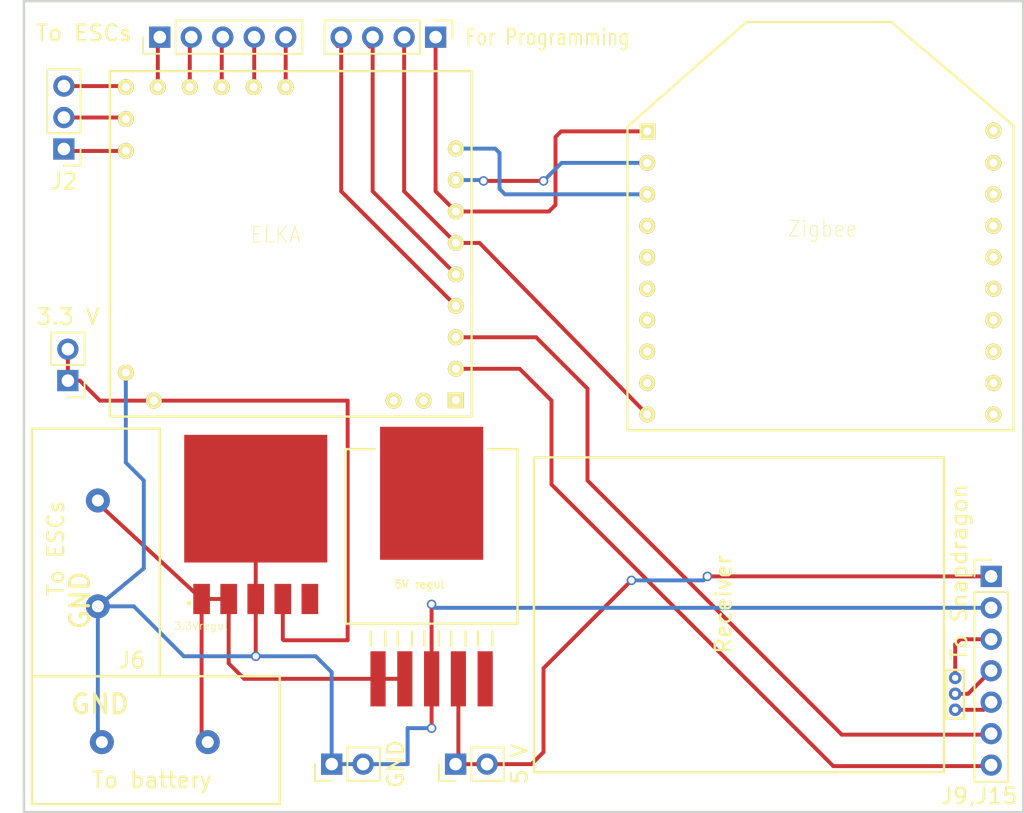
<source format=kicad_pcb>
(kicad_pcb (version 4) (host pcbnew 4.0.7-e2-6376~58~ubuntu16.04.1)

  (general
    (links 40)
    (no_connects 0)
    (area 100.388 70.282999 165.683001 121.995001)
    (thickness 1.6)
    (drawings 7)
    (tracks 123)
    (zones 0)
    (modules 14)
    (nets 46)
  )

  (page A4)
  (title_block
    (title Phoenix)
  )

  (layers
    (0 F.Cu signal)
    (31 B.Cu signal)
    (32 B.Adhes user)
    (33 F.Adhes user)
    (34 B.Paste user)
    (35 F.Paste user)
    (36 B.SilkS user)
    (37 F.SilkS user)
    (38 B.Mask user)
    (39 F.Mask user)
    (40 Dwgs.User user)
    (41 Cmts.User user)
    (42 Eco1.User user)
    (43 Eco2.User user)
    (44 Edge.Cuts user)
    (45 Margin user)
    (46 B.CrtYd user)
    (47 F.CrtYd user)
    (48 B.Fab user)
    (49 F.Fab user)
  )

  (setup
    (last_trace_width 0.25)
    (trace_clearance 0.2)
    (zone_clearance 0.508)
    (zone_45_only no)
    (trace_min 0.2)
    (segment_width 0.2)
    (edge_width 0.15)
    (via_size 0.6)
    (via_drill 0.4)
    (via_min_size 0.4)
    (via_min_drill 0.3)
    (uvia_size 0.3)
    (uvia_drill 0.1)
    (uvias_allowed no)
    (uvia_min_size 0.2)
    (uvia_min_drill 0.1)
    (pcb_text_width 0.3)
    (pcb_text_size 1.5 1.5)
    (mod_edge_width 0.15)
    (mod_text_size 1 1)
    (mod_text_width 0.15)
    (pad_size 1.524 1.524)
    (pad_drill 0.762)
    (pad_to_mask_clearance 0.2)
    (aux_axis_origin 0 0)
    (visible_elements FFFFFF7F)
    (pcbplotparams
      (layerselection 0x00030_80000001)
      (usegerberextensions false)
      (excludeedgelayer true)
      (linewidth 0.100000)
      (plotframeref false)
      (viasonmask false)
      (mode 1)
      (useauxorigin false)
      (hpglpennumber 1)
      (hpglpenspeed 20)
      (hpglpendiameter 15)
      (hpglpenoverlay 2)
      (psnegative false)
      (psa4output false)
      (plotreference true)
      (plotvalue true)
      (plotinvisibletext false)
      (padsonsilk false)
      (subtractmaskfromsilk false)
      (outputformat 1)
      (mirror false)
      (drillshape 1)
      (scaleselection 1)
      (outputdirectory ""))
  )

  (net 0 "")
  (net 1 "Net-(E1-PadI)")
  (net 2 "Net-(E1-PadH)")
  (net 3 "Net-(E1-PadG)")
  (net 4 "Net-(E1-PadF)")
  (net 5 "Net-(E1-PadE)")
  (net 6 "Net-(E1-PadD)")
  (net 7 "Net-(E1-PadC)")
  (net 8 "Net-(E1-PadB)")
  (net 9 "Net-(E1-PadA)")
  (net 10 "Net-(E1-Pad9)")
  (net 11 "Net-(E1-Pad10)")
  (net 12 "Net-(E1-Pad3)")
  (net 13 "Net-(E1-Pad2)")
  (net 14 "Net-(E1-Pad1)")
  (net 15 "Net-(E1-Pad4)")
  (net 16 "Net-(E1-Pad5)")
  (net 17 "Net-(E1-Pad6)")
  (net 18 "Net-(E1-Pad7)")
  (net 19 "Net-(E1-Pad8)")
  (net 20 "Net-(E1-Pad12)")
  (net 21 "Net-(E1-Pad11)")
  (net 22 "Net-(J1-Pad2)")
  (net 23 "Net-(J9,J15-Pad3)")
  (net 24 "Net-(U1-Pad4)")
  (net 25 "Net-(U1-Pad5)")
  (net 26 "Net-(U1-Pad6)")
  (net 27 "Net-(U1-Pad7)")
  (net 28 "Net-(U1-Pad8)")
  (net 29 "Net-(U1-Pad9)")
  (net 30 "Net-(U1-Pad20)")
  (net 31 "Net-(U1-Pad19)")
  (net 32 "Net-(U1-Pad18)")
  (net 33 "Net-(U1-Pad17)")
  (net 34 "Net-(U1-Pad16)")
  (net 35 "Net-(U1-Pad15)")
  (net 36 "Net-(U1-Pad14)")
  (net 37 "Net-(U1-Pad13)")
  (net 38 "Net-(U1-Pad12)")
  (net 39 "Net-(U1-Pad11)")
  (net 40 "Net-(J5-Pad1)")
  (net 41 "Net-(J9,J15-Pad4)")
  (net 42 "Net-(J9,J15-Pad5)")
  (net 43 "Net-(U2-Pad5)")
  (net 44 "Net-(U2-Pad6)")
  (net 45 "Net-(U3-Pad5)")

  (net_class Default "This is the default net class."
    (clearance 0.2)
    (trace_width 0.25)
    (via_dia 0.6)
    (via_drill 0.4)
    (uvia_dia 0.3)
    (uvia_drill 0.1)
    (add_net "Net-(E1-Pad1)")
    (add_net "Net-(E1-Pad10)")
    (add_net "Net-(E1-Pad11)")
    (add_net "Net-(E1-Pad12)")
    (add_net "Net-(E1-Pad2)")
    (add_net "Net-(E1-Pad3)")
    (add_net "Net-(E1-Pad4)")
    (add_net "Net-(E1-Pad5)")
    (add_net "Net-(E1-Pad6)")
    (add_net "Net-(E1-Pad7)")
    (add_net "Net-(E1-Pad8)")
    (add_net "Net-(E1-Pad9)")
    (add_net "Net-(E1-PadA)")
    (add_net "Net-(E1-PadB)")
    (add_net "Net-(E1-PadC)")
    (add_net "Net-(E1-PadD)")
    (add_net "Net-(E1-PadE)")
    (add_net "Net-(E1-PadF)")
    (add_net "Net-(E1-PadG)")
    (add_net "Net-(E1-PadH)")
    (add_net "Net-(E1-PadI)")
    (add_net "Net-(J1-Pad2)")
    (add_net "Net-(J5-Pad1)")
    (add_net "Net-(J9,J15-Pad3)")
    (add_net "Net-(J9,J15-Pad4)")
    (add_net "Net-(J9,J15-Pad5)")
    (add_net "Net-(U1-Pad11)")
    (add_net "Net-(U1-Pad12)")
    (add_net "Net-(U1-Pad13)")
    (add_net "Net-(U1-Pad14)")
    (add_net "Net-(U1-Pad15)")
    (add_net "Net-(U1-Pad16)")
    (add_net "Net-(U1-Pad17)")
    (add_net "Net-(U1-Pad18)")
    (add_net "Net-(U1-Pad19)")
    (add_net "Net-(U1-Pad20)")
    (add_net "Net-(U1-Pad4)")
    (add_net "Net-(U1-Pad5)")
    (add_net "Net-(U1-Pad6)")
    (add_net "Net-(U1-Pad7)")
    (add_net "Net-(U1-Pad8)")
    (add_net "Net-(U1-Pad9)")
    (add_net "Net-(U2-Pad5)")
    (add_net "Net-(U2-Pad6)")
    (add_net "Net-(U3-Pad5)")
  )

  (module ELKA:ELKA (layer F.Cu) (tedit 5B2AA864) (tstamp 5B2A9957)
    (at 118.11 72.39 180)
    (descr "Xbee Zb (Zigbee Pro Feature Set), 1mw, Wire Antenna, 250000")
    (path /5B22681E)
    (fp_text reference ELKA (at 0 -12.827 180) (layer F.SilkS)
      (effects (font (size 1 0.9) (thickness 0.05)))
    )
    (fp_text value ELKA (at -0.889 -14.732 180) (layer F.SilkS) hide
      (effects (font (size 1 0.9) (thickness 0.05)))
    )
    (fp_line (start 10.541 -24.384) (end -12.446 -24.384) (layer F.SilkS) (width 0.15))
    (fp_line (start -12.446 -24.384) (end -12.446 -2.413) (layer F.SilkS) (width 0.15))
    (fp_line (start -12.446 -2.413) (end 10.541 -2.413) (layer F.SilkS) (width 0.15))
    (fp_line (start 10.541 -2.413) (end 10.541 -24.384) (layer F.SilkS) (width 0.15))
    (pad I thru_hole rect (at -11.446 -23.342 180) (size 1.008 1.008) (drill 0.5) (layers *.Cu *.Mask F.SilkS)
      (net 1 "Net-(E1-PadI)"))
    (pad H thru_hole circle (at -11.446 -21.342 180) (size 1.008 1.008) (drill 0.5) (layers *.Cu *.Mask F.SilkS)
      (net 2 "Net-(E1-PadH)"))
    (pad G thru_hole circle (at -11.446 -19.342 180) (size 1.008 1.008) (drill 0.5) (layers *.Cu *.Mask F.SilkS)
      (net 3 "Net-(E1-PadG)"))
    (pad F thru_hole circle (at -11.446 -17.342 180) (size 1.008 1.008) (drill 0.5) (layers *.Cu *.Mask F.SilkS)
      (net 4 "Net-(E1-PadF)"))
    (pad E thru_hole circle (at -11.446 -15.342 180) (size 1.008 1.008) (drill 0.5) (layers *.Cu *.Mask F.SilkS)
      (net 5 "Net-(E1-PadE)"))
    (pad D thru_hole circle (at -11.446 -13.342 180) (size 1.008 1.008) (drill 0.5) (layers *.Cu *.Mask F.SilkS)
      (net 6 "Net-(E1-PadD)"))
    (pad C thru_hole circle (at -11.446 -11.342 180) (size 1.008 1.008) (drill 0.5) (layers *.Cu *.Mask F.SilkS)
      (net 7 "Net-(E1-PadC)"))
    (pad B thru_hole circle (at -11.446 -9.342 180) (size 1.008 1.008) (drill 0.5) (layers *.Cu *.Mask F.SilkS)
      (net 8 "Net-(E1-PadB)"))
    (pad A thru_hole circle (at -11.446 -7.342 180) (size 1.008 1.008) (drill 0.5) (layers *.Cu *.Mask F.SilkS)
      (net 9 "Net-(E1-PadA)"))
    (pad 9 thru_hole circle (at -9.398 -23.368 180) (size 1.008 1.008) (drill 0.5) (layers *.Cu *.Mask F.SilkS)
      (net 10 "Net-(E1-Pad9)"))
    (pad 10 thru_hole circle (at -7.493 -23.368 180) (size 1.008 1.008) (drill 0.5) (layers *.Cu *.Mask F.SilkS)
      (net 11 "Net-(E1-Pad10)"))
    (pad 3 thru_hole circle (at 9.525 -3.429 180) (size 1.008 1.008) (drill 0.5) (layers *.Cu *.Mask F.SilkS)
      (net 12 "Net-(E1-Pad3)"))
    (pad 2 thru_hole circle (at 9.525 -5.461 180) (size 1.008 1.008) (drill 0.5) (layers *.Cu *.Mask F.SilkS)
      (net 13 "Net-(E1-Pad2)"))
    (pad 1 thru_hole circle (at 9.525 -7.493 180) (size 1.008 1.008) (drill 0.5) (layers *.Cu *.Mask F.SilkS)
      (net 14 "Net-(E1-Pad1)"))
    (pad 4 thru_hole circle (at 7.493 -3.429 180) (size 1.008 1.008) (drill 0.5) (layers *.Cu *.Mask F.SilkS)
      (net 15 "Net-(E1-Pad4)"))
    (pad 5 thru_hole circle (at 5.461 -3.429 180) (size 1.008 1.008) (drill 0.5) (layers *.Cu *.Mask F.SilkS)
      (net 16 "Net-(E1-Pad5)"))
    (pad 6 thru_hole circle (at 3.429 -3.429 180) (size 1.008 1.008) (drill 0.5) (layers *.Cu *.Mask F.SilkS)
      (net 17 "Net-(E1-Pad6)"))
    (pad 7 thru_hole circle (at 1.397 -3.429 180) (size 1.008 1.008) (drill 0.5) (layers *.Cu *.Mask F.SilkS)
      (net 18 "Net-(E1-Pad7)"))
    (pad 8 thru_hole circle (at -0.635 -3.429 180) (size 1.008 1.008) (drill 0.5) (layers *.Cu *.Mask F.SilkS)
      (net 19 "Net-(E1-Pad8)"))
    (pad 12 thru_hole circle (at 7.747 -23.368 180) (size 1.008 1.008) (drill 0.5) (layers *.Cu *.Mask F.SilkS)
      (net 20 "Net-(E1-Pad12)"))
    (pad 11 thru_hole circle (at 9.525 -21.59 180) (size 1.008 1.008) (drill 0.5) (layers *.Cu *.Mask F.SilkS)
      (net 21 "Net-(E1-Pad11)"))
  )

  (module XT30:SPMAJST6 (layer F.Cu) (tedit 5B2AA873) (tstamp 5B2810D9)
    (at 164.084 115.316 270)
    (path /5B22674F)
    (fp_text reference R1 (at 0.635 0.889 270) (layer F.SilkS) hide
      (effects (font (size 1 1) (thickness 0.15)))
    )
    (fp_text value Receiver (at -6.604 17.526 270) (layer F.SilkS)
      (effects (font (size 1 1) (thickness 0.15)))
    )
    (fp_line (start -15.9512 29.5656) (end 4.064 29.5656) (layer F.SilkS) (width 0.15))
    (fp_line (start 4.064 29.5656) (end 4.064 3.5052) (layer F.SilkS) (width 0.15))
    (fp_line (start 4.064 3.5052) (end -15.9512 3.5052) (layer F.SilkS) (width 0.15))
    (fp_line (start -15.9512 3.5052) (end -15.9512 29.5656) (layer F.SilkS) (width 0.15))
    (fp_line (start -2.4384 2.3368) (end -2.4384 2.2352) (layer F.SilkS) (width 0.15))
    (fp_line (start -2.4384 2.2352) (end 0.508 2.2352) (layer F.SilkS) (width 0.15))
    (fp_line (start 0.508 2.2352) (end 0.5588 2.2352) (layer F.SilkS) (width 0.15))
    (fp_line (start 0.5588 2.2352) (end 0.6604 2.2352) (layer F.SilkS) (width 0.15))
    (fp_line (start 0.6604 2.2352) (end 0.6604 3.3528) (layer F.SilkS) (width 0.15))
    (fp_line (start 0.6604 3.3528) (end -2.4384 3.3528) (layer F.SilkS) (width 0.15))
    (fp_line (start -2.4384 3.3528) (end -2.4384 2.6924) (layer F.SilkS) (width 0.15))
    (fp_line (start -2.4384 2.794) (end -2.4384 2.3368) (layer F.SilkS) (width 0.15))
    (pad 1 thru_hole circle (at -1.9304 2.794 270) (size 0.8 0.8) (drill 0.4) (layers *.Cu *.Mask)
      (net 23 "Net-(J9,J15-Pad3)"))
    (pad 2 thru_hole circle (at -0.9144 2.794 270) (size 0.8 0.8) (drill 0.4) (layers *.Cu *.Mask)
      (net 41 "Net-(J9,J15-Pad4)"))
    (pad 3 thru_hole circle (at 0.1016 2.794 270) (size 0.8 0.8) (drill 0.4) (layers *.Cu *.Mask)
      (net 42 "Net-(J9,J15-Pad5)"))
  )

  (module XT30:XT30 (layer F.Cu) (tedit 5B2AA790) (tstamp 5B2810AD)
    (at 100.838 107.442 90)
    (path /5B24102D)
    (fp_text reference J1 (at 0.508 0.762 90) (layer F.SilkS) hide
      (effects (font (size 1 1) (thickness 0.15)))
    )
    (fp_text value "To battery" (at -12.446 9.398 180) (layer F.SilkS)
      (effects (font (size 1 1) (thickness 0.15)))
    )
    (fp_line (start -5.842 1.778) (end -5.842 9.906) (layer F.SilkS) (width 0.15))
    (fp_line (start -5.842 9.906) (end -5.715 9.906) (layer F.SilkS) (width 0.15))
    (fp_line (start -5.842 1.778) (end 9.906 1.778) (layer F.SilkS) (width 0.15))
    (fp_line (start 9.906 1.778) (end 9.906 9.906) (layer F.SilkS) (width 0.15))
    (fp_line (start 9.906 9.906) (end -5.715 9.906) (layer F.SilkS) (width 0.15))
    (pad 1 thru_hole circle (at -1.397 5.969 90) (size 1.524 1.524) (drill 0.762) (layers *.Cu *.Mask)
      (net 21 "Net-(E1-Pad11)"))
    (pad 2 thru_hole circle (at 5.334 5.969 90) (size 1.524 1.524) (drill 0.762) (layers *.Cu *.Mask)
      (net 22 "Net-(J1-Pad2)"))
  )

  (module Pin_Headers:Pin_Header_Straight_1x04_Pitch2.00mm (layer F.Cu) (tedit 5B2AB05C) (tstamp 5B2810CA)
    (at 128.27 72.644 270)
    (descr "Through hole straight pin header, 1x04, 2.00mm pitch, single row")
    (tags "Through hole pin header THT 1x04 2.00mm single row")
    (path /5B23F496)
    (fp_text reference J16 (at 0 -2.06 270) (layer F.SilkS) hide
      (effects (font (size 1 1) (thickness 0.15)))
    )
    (fp_text value "For Programming" (at 0 -7.112 360) (layer F.SilkS)
      (effects (font (size 1 0.8) (thickness 0.12)))
    )
    (fp_line (start -0.5 -1) (end 1 -1) (layer F.Fab) (width 0.1))
    (fp_line (start 1 -1) (end 1 7) (layer F.Fab) (width 0.1))
    (fp_line (start 1 7) (end -1 7) (layer F.Fab) (width 0.1))
    (fp_line (start -1 7) (end -1 -0.5) (layer F.Fab) (width 0.1))
    (fp_line (start -1 -0.5) (end -0.5 -1) (layer F.Fab) (width 0.1))
    (fp_line (start -1.06 7.06) (end 1.06 7.06) (layer F.SilkS) (width 0.12))
    (fp_line (start -1.06 1) (end -1.06 7.06) (layer F.SilkS) (width 0.12))
    (fp_line (start 1.06 1) (end 1.06 7.06) (layer F.SilkS) (width 0.12))
    (fp_line (start -1.06 1) (end 1.06 1) (layer F.SilkS) (width 0.12))
    (fp_line (start -1.06 0) (end -1.06 -1.06) (layer F.SilkS) (width 0.12))
    (fp_line (start -1.06 -1.06) (end 0 -1.06) (layer F.SilkS) (width 0.12))
    (fp_line (start -1.5 -1.5) (end -1.5 7.5) (layer F.CrtYd) (width 0.05))
    (fp_line (start -1.5 7.5) (end 1.5 7.5) (layer F.CrtYd) (width 0.05))
    (fp_line (start 1.5 7.5) (end 1.5 -1.5) (layer F.CrtYd) (width 0.05))
    (fp_line (start 1.5 -1.5) (end -1.5 -1.5) (layer F.CrtYd) (width 0.05))
    (fp_text user %R (at 0 3 360) (layer F.Fab) hide
      (effects (font (size 1 1) (thickness 0.15)))
    )
    (pad 1 thru_hole rect (at 0 0 270) (size 1.35 1.35) (drill 0.8) (layers *.Cu *.Mask)
      (net 7 "Net-(E1-PadC)"))
    (pad 2 thru_hole oval (at 0 2 270) (size 1.35 1.35) (drill 0.8) (layers *.Cu *.Mask)
      (net 6 "Net-(E1-PadD)"))
    (pad 3 thru_hole oval (at 0 4 270) (size 1.35 1.35) (drill 0.8) (layers *.Cu *.Mask)
      (net 5 "Net-(E1-PadE)"))
    (pad 4 thru_hole oval (at 0 6 270) (size 1.35 1.35) (drill 0.8) (layers *.Cu *.Mask)
      (net 4 "Net-(E1-PadF)"))
    (model ${KISYS3DMOD}/Pin_Headers.3dshapes/Pin_Header_Straight_1x04_Pitch2.00mm.wrl
      (at (xyz 0 0 0))
      (scale (xyz 1 1 1))
      (rotate (xyz 0 0 0))
    )
  )

  (module Pin_Headers:Pin_Header_Straight_1x02_Pitch2.00mm (layer F.Cu) (tedit 5B2AA9BF) (tstamp 5B2A995D)
    (at 104.902 94.488 180)
    (descr "Through hole straight pin header, 1x02, 2.00mm pitch, single row")
    (tags "Through hole pin header THT 1x02 2.00mm single row")
    (path /5B29B43A)
    (fp_text reference J3 (at 0 -2.06 180) (layer F.SilkS) hide
      (effects (font (size 1 1) (thickness 0.15)))
    )
    (fp_text value "3.3 V" (at 0 4.06 180) (layer F.SilkS)
      (effects (font (size 1 1) (thickness 0.15)))
    )
    (fp_line (start -0.5 -1) (end 1 -1) (layer F.Fab) (width 0.1))
    (fp_line (start 1 -1) (end 1 3) (layer F.Fab) (width 0.1))
    (fp_line (start 1 3) (end -1 3) (layer F.Fab) (width 0.1))
    (fp_line (start -1 3) (end -1 -0.5) (layer F.Fab) (width 0.1))
    (fp_line (start -1 -0.5) (end -0.5 -1) (layer F.Fab) (width 0.1))
    (fp_line (start -1.06 3.06) (end 1.06 3.06) (layer F.SilkS) (width 0.12))
    (fp_line (start -1.06 1) (end -1.06 3.06) (layer F.SilkS) (width 0.12))
    (fp_line (start 1.06 1) (end 1.06 3.06) (layer F.SilkS) (width 0.12))
    (fp_line (start -1.06 1) (end 1.06 1) (layer F.SilkS) (width 0.12))
    (fp_line (start -1.06 0) (end -1.06 -1.06) (layer F.SilkS) (width 0.12))
    (fp_line (start -1.06 -1.06) (end 0 -1.06) (layer F.SilkS) (width 0.12))
    (fp_line (start -1.5 -1.5) (end -1.5 3.5) (layer F.CrtYd) (width 0.05))
    (fp_line (start -1.5 3.5) (end 1.5 3.5) (layer F.CrtYd) (width 0.05))
    (fp_line (start 1.5 3.5) (end 1.5 -1.5) (layer F.CrtYd) (width 0.05))
    (fp_line (start 1.5 -1.5) (end -1.5 -1.5) (layer F.CrtYd) (width 0.05))
    (fp_text user %R (at 0 1 270) (layer F.Fab) hide
      (effects (font (size 1 1) (thickness 0.15)))
    )
    (pad 1 thru_hole rect (at 0 0 180) (size 1.35 1.35) (drill 0.8) (layers *.Cu *.Mask)
      (net 20 "Net-(E1-Pad12)"))
    (pad 2 thru_hole oval (at 0 2 180) (size 1.35 1.35) (drill 0.8) (layers *.Cu *.Mask)
      (net 20 "Net-(E1-Pad12)"))
    (model ${KISYS3DMOD}/Pin_Headers.3dshapes/Pin_Header_Straight_1x02_Pitch2.00mm.wrl
      (at (xyz 0 0 0))
      (scale (xyz 1 1 1))
      (rotate (xyz 0 0 0))
    )
  )

  (module Pin_Headers:Pin_Header_Straight_1x02_Pitch2.00mm (layer F.Cu) (tedit 5B2AA99A) (tstamp 5B2A9963)
    (at 121.666 118.872 90)
    (descr "Through hole straight pin header, 1x02, 2.00mm pitch, single row")
    (tags "Through hole pin header THT 1x02 2.00mm single row")
    (path /5B29B788)
    (fp_text reference J4 (at 0 -2.06 90) (layer F.SilkS) hide
      (effects (font (size 1 1) (thickness 0.15)))
    )
    (fp_text value GND (at 0 4.06 90) (layer F.SilkS)
      (effects (font (size 1 1) (thickness 0.15)))
    )
    (fp_line (start -0.5 -1) (end 1 -1) (layer F.Fab) (width 0.1))
    (fp_line (start 1 -1) (end 1 3) (layer F.Fab) (width 0.1))
    (fp_line (start 1 3) (end -1 3) (layer F.Fab) (width 0.1))
    (fp_line (start -1 3) (end -1 -0.5) (layer F.Fab) (width 0.1))
    (fp_line (start -1 -0.5) (end -0.5 -1) (layer F.Fab) (width 0.1))
    (fp_line (start -1.06 3.06) (end 1.06 3.06) (layer F.SilkS) (width 0.12))
    (fp_line (start -1.06 1) (end -1.06 3.06) (layer F.SilkS) (width 0.12))
    (fp_line (start 1.06 1) (end 1.06 3.06) (layer F.SilkS) (width 0.12))
    (fp_line (start -1.06 1) (end 1.06 1) (layer F.SilkS) (width 0.12))
    (fp_line (start -1.06 0) (end -1.06 -1.06) (layer F.SilkS) (width 0.12))
    (fp_line (start -1.06 -1.06) (end 0 -1.06) (layer F.SilkS) (width 0.12))
    (fp_line (start -1.5 -1.5) (end -1.5 3.5) (layer F.CrtYd) (width 0.05))
    (fp_line (start -1.5 3.5) (end 1.5 3.5) (layer F.CrtYd) (width 0.05))
    (fp_line (start 1.5 3.5) (end 1.5 -1.5) (layer F.CrtYd) (width 0.05))
    (fp_line (start 1.5 -1.5) (end -1.5 -1.5) (layer F.CrtYd) (width 0.05))
    (fp_text user %R (at 0 1 180) (layer F.Fab)
      (effects (font (size 1 1) (thickness 0.15)))
    )
    (pad 1 thru_hole rect (at 0 0 90) (size 1.35 1.35) (drill 0.8) (layers *.Cu *.Mask)
      (net 21 "Net-(E1-Pad11)"))
    (pad 2 thru_hole oval (at 0 2 90) (size 1.35 1.35) (drill 0.8) (layers *.Cu *.Mask)
      (net 21 "Net-(E1-Pad11)"))
    (model ${KISYS3DMOD}/Pin_Headers.3dshapes/Pin_Header_Straight_1x02_Pitch2.00mm.wrl
      (at (xyz 0 0 0))
      (scale (xyz 1 1 1))
      (rotate (xyz 0 0 0))
    )
  )

  (module Pin_Headers:Pin_Header_Straight_1x02_Pitch2.00mm (layer F.Cu) (tedit 5B2AA99E) (tstamp 5B2A9969)
    (at 129.54 118.872 90)
    (descr "Through hole straight pin header, 1x02, 2.00mm pitch, single row")
    (tags "Through hole pin header THT 1x02 2.00mm single row")
    (path /5B29B3DB)
    (fp_text reference J5 (at 0 -2.06 90) (layer F.SilkS) hide
      (effects (font (size 1 1) (thickness 0.15)))
    )
    (fp_text value "5 V" (at 0 4.06 90) (layer F.SilkS)
      (effects (font (size 1 1) (thickness 0.15)))
    )
    (fp_line (start -0.5 -1) (end 1 -1) (layer F.Fab) (width 0.1))
    (fp_line (start 1 -1) (end 1 3) (layer F.Fab) (width 0.1))
    (fp_line (start 1 3) (end -1 3) (layer F.Fab) (width 0.1))
    (fp_line (start -1 3) (end -1 -0.5) (layer F.Fab) (width 0.1))
    (fp_line (start -1 -0.5) (end -0.5 -1) (layer F.Fab) (width 0.1))
    (fp_line (start -1.06 3.06) (end 1.06 3.06) (layer F.SilkS) (width 0.12))
    (fp_line (start -1.06 1) (end -1.06 3.06) (layer F.SilkS) (width 0.12))
    (fp_line (start 1.06 1) (end 1.06 3.06) (layer F.SilkS) (width 0.12))
    (fp_line (start -1.06 1) (end 1.06 1) (layer F.SilkS) (width 0.12))
    (fp_line (start -1.06 0) (end -1.06 -1.06) (layer F.SilkS) (width 0.12))
    (fp_line (start -1.06 -1.06) (end 0 -1.06) (layer F.SilkS) (width 0.12))
    (fp_line (start -1.5 -1.5) (end -1.5 3.5) (layer F.CrtYd) (width 0.05))
    (fp_line (start -1.5 3.5) (end 1.5 3.5) (layer F.CrtYd) (width 0.05))
    (fp_line (start 1.5 3.5) (end 1.5 -1.5) (layer F.CrtYd) (width 0.05))
    (fp_line (start 1.5 -1.5) (end -1.5 -1.5) (layer F.CrtYd) (width 0.05))
    (fp_text user %R (at 0 1 180) (layer F.Fab)
      (effects (font (size 1 1) (thickness 0.15)))
    )
    (pad 1 thru_hole rect (at 0 0 90) (size 1.35 1.35) (drill 0.8) (layers *.Cu *.Mask)
      (net 40 "Net-(J5-Pad1)"))
    (pad 2 thru_hole oval (at 0 2 90) (size 1.35 1.35) (drill 0.8) (layers *.Cu *.Mask)
      (net 40 "Net-(J5-Pad1)"))
    (model ${KISYS3DMOD}/Pin_Headers.3dshapes/Pin_Header_Straight_1x02_Pitch2.00mm.wrl
      (at (xyz 0 0 0))
      (scale (xyz 1 1 1))
      (rotate (xyz 0 0 0))
    )
  )

  (module XT30:XT30 (layer F.Cu) (tedit 5B2AA797) (tstamp 5B2A996F)
    (at 108.458 111.506)
    (path /5B2A9509)
    (fp_text reference J6 (at 0.508 0.762) (layer F.SilkS)
      (effects (font (size 1 1) (thickness 0.15)))
    )
    (fp_text value "To ESCs" (at -4.318 -6.35 90) (layer F.SilkS)
      (effects (font (size 1 1) (thickness 0.15)))
    )
    (fp_line (start -5.842 1.778) (end -5.842 9.906) (layer F.SilkS) (width 0.15))
    (fp_line (start -5.842 9.906) (end -5.715 9.906) (layer F.SilkS) (width 0.15))
    (fp_line (start -5.842 1.778) (end 9.906 1.778) (layer F.SilkS) (width 0.15))
    (fp_line (start 9.906 1.778) (end 9.906 9.906) (layer F.SilkS) (width 0.15))
    (fp_line (start 9.906 9.906) (end -5.715 9.906) (layer F.SilkS) (width 0.15))
    (pad 1 thru_hole circle (at -1.397 5.969) (size 1.524 1.524) (drill 0.762) (layers *.Cu *.Mask)
      (net 21 "Net-(E1-Pad11)"))
    (pad 2 thru_hole circle (at 5.334 5.969) (size 1.524 1.524) (drill 0.762) (layers *.Cu *.Mask)
      (net 22 "Net-(J1-Pad2)"))
  )

  (module Pin_Headers:Pin_Header_Straight_1x07_Pitch2.00mm (layer F.Cu) (tedit 5B2AB2A9) (tstamp 5B2A997A)
    (at 163.576 106.934)
    (descr "Through hole straight pin header, 1x07, 2.00mm pitch, single row")
    (tags "Through hole pin header THT 1x07 2.00mm single row")
    (path /5B27D9D0)
    (fp_text reference J9,J15 (at -0.762 13.97) (layer F.SilkS)
      (effects (font (size 1 1) (thickness 0.15)))
    )
    (fp_text value "To Snapdragon" (at -2.032 -0.254 90) (layer F.SilkS)
      (effects (font (size 1 1) (thickness 0.15)))
    )
    (fp_line (start -0.5 -1) (end 1 -1) (layer F.Fab) (width 0.1))
    (fp_line (start 1 -1) (end 1 13) (layer F.Fab) (width 0.1))
    (fp_line (start 1 13) (end -1 13) (layer F.Fab) (width 0.1))
    (fp_line (start -1 13) (end -1 -0.5) (layer F.Fab) (width 0.1))
    (fp_line (start -1 -0.5) (end -0.5 -1) (layer F.Fab) (width 0.1))
    (fp_line (start -1.06 13.06) (end 1.06 13.06) (layer F.SilkS) (width 0.12))
    (fp_line (start -1.06 1) (end -1.06 13.06) (layer F.SilkS) (width 0.12))
    (fp_line (start 1.06 1) (end 1.06 13.06) (layer F.SilkS) (width 0.12))
    (fp_line (start -1.06 1) (end 1.06 1) (layer F.SilkS) (width 0.12))
    (fp_line (start -1.06 0) (end -1.06 -1.06) (layer F.SilkS) (width 0.12))
    (fp_line (start -1.06 -1.06) (end 0 -1.06) (layer F.SilkS) (width 0.12))
    (fp_line (start -1.5 -1.5) (end -1.5 13.5) (layer F.CrtYd) (width 0.05))
    (fp_line (start -1.5 13.5) (end 1.5 13.5) (layer F.CrtYd) (width 0.05))
    (fp_line (start 1.5 13.5) (end 1.5 -1.5) (layer F.CrtYd) (width 0.05))
    (fp_line (start 1.5 -1.5) (end -1.5 -1.5) (layer F.CrtYd) (width 0.05))
    (fp_text user %R (at 0 6 90) (layer F.Fab)
      (effects (font (size 1 1) (thickness 0.15)))
    )
    (pad 1 thru_hole rect (at 0 0) (size 1.35 1.35) (drill 0.8) (layers *.Cu *.Mask)
      (net 40 "Net-(J5-Pad1)"))
    (pad 2 thru_hole oval (at 0 2) (size 1.35 1.35) (drill 0.8) (layers *.Cu *.Mask)
      (net 21 "Net-(E1-Pad11)"))
    (pad 3 thru_hole oval (at 0 4) (size 1.35 1.35) (drill 0.8) (layers *.Cu *.Mask)
      (net 23 "Net-(J9,J15-Pad3)"))
    (pad 4 thru_hole oval (at 0 6) (size 1.35 1.35) (drill 0.8) (layers *.Cu *.Mask)
      (net 41 "Net-(J9,J15-Pad4)"))
    (pad 5 thru_hole oval (at 0 8) (size 1.35 1.35) (drill 0.8) (layers *.Cu *.Mask)
      (net 42 "Net-(J9,J15-Pad5)"))
    (pad 6 thru_hole oval (at 0 10) (size 1.35 1.35) (drill 0.8) (layers *.Cu *.Mask)
      (net 3 "Net-(E1-PadG)"))
    (pad 7 thru_hole oval (at 0 12) (size 1.35 1.35) (drill 0.8) (layers *.Cu *.Mask)
      (net 2 "Net-(E1-PadH)"))
    (model ${KISYS3DMOD}/Pin_Headers.3dshapes/Pin_Header_Straight_1x07_Pitch2.00mm.wrl
      (at (xyz 0 0 0))
      (scale (xyz 1 1 1))
      (rotate (xyz 0 0 0))
    )
  )

  (module DIP-20:DIP-20 (layer F.Cu) (tedit 5B2AA85F) (tstamp 5B2A9992)
    (at 140.462 104.648)
    (descr "Xbee Zb (Zigbee Pro Feature Set), 1mw, Wire Antenna, 250000")
    (path /5B213357)
    (fp_text reference Zigbee (at 12.3952 -19.812) (layer F.SilkS)
      (effects (font (size 1 0.9) (thickness 0.05)))
    )
    (fp_text value Zigbee (at 4.4196 -19.8628) (layer F.SilkS) hide
      (effects (font (size 1 0.9) (thickness 0.05)))
    )
    (fp_line (start 24.5364 -26.3652) (end 24.5364 -7.0104) (layer F.SilkS) (width 0.15))
    (fp_line (start 24.5364 -7.0104) (end 0 -7.0104) (layer F.SilkS) (width 0.15))
    (fp_line (start 0 -7.0104) (end 0 -26.3144) (layer F.SilkS) (width 0.15))
    (fp_line (start 16.8148 -32.9184) (end 24.5364 -26.3652) (layer F.SilkS) (width 0.15))
    (fp_line (start 0 -26.3144) (end 7.5692 -32.9692) (layer F.SilkS) (width 0.15))
    (fp_line (start 7.5692 -32.9692) (end 16.8148 -32.9692) (layer F.SilkS) (width 0.15))
    (pad 1 thru_hole rect (at 1.27 -26.0096) (size 1.008 1.008) (drill 0.5) (layers *.Cu *.Mask F.SilkS)
      (net 7 "Net-(E1-PadC)"))
    (pad 2 thru_hole circle (at 1.254 -24.009) (size 1.008 1.008) (drill 0.5) (layers *.Cu *.Mask F.SilkS)
      (net 8 "Net-(E1-PadB)"))
    (pad 3 thru_hole circle (at 1.254 -22.009) (size 1.008 1.008) (drill 0.5) (layers *.Cu *.Mask F.SilkS)
      (net 9 "Net-(E1-PadA)"))
    (pad 4 thru_hole circle (at 1.254 -20.009) (size 1.008 1.008) (drill 0.5) (layers *.Cu *.Mask F.SilkS)
      (net 24 "Net-(U1-Pad4)"))
    (pad 5 thru_hole circle (at 1.254 -18.009) (size 1.008 1.008) (drill 0.5) (layers *.Cu *.Mask F.SilkS)
      (net 25 "Net-(U1-Pad5)"))
    (pad 6 thru_hole circle (at 1.254 -16.009) (size 1.008 1.008) (drill 0.5) (layers *.Cu *.Mask F.SilkS)
      (net 26 "Net-(U1-Pad6)"))
    (pad 7 thru_hole circle (at 1.254 -14.009) (size 1.008 1.008) (drill 0.5) (layers *.Cu *.Mask F.SilkS)
      (net 27 "Net-(U1-Pad7)"))
    (pad 8 thru_hole circle (at 1.254 -12.009) (size 1.008 1.008) (drill 0.5) (layers *.Cu *.Mask F.SilkS)
      (net 28 "Net-(U1-Pad8)"))
    (pad 9 thru_hole circle (at 1.254 -10.009) (size 1.008 1.008) (drill 0.5) (layers *.Cu *.Mask F.SilkS)
      (net 29 "Net-(U1-Pad9)"))
    (pad 10 thru_hole circle (at 1.254 -8.009) (size 1.008 1.008) (drill 0.5) (layers *.Cu *.Mask F.SilkS)
      (net 6 "Net-(E1-PadD)"))
    (pad 20 thru_hole circle (at 23.2664 -26.0604) (size 1.008 1.008) (drill 0.5) (layers *.Cu *.Mask F.SilkS)
      (net 30 "Net-(U1-Pad20)"))
    (pad 19 thru_hole circle (at 23.254 -24.009) (size 1.008 1.008) (drill 0.5) (layers *.Cu *.Mask F.SilkS)
      (net 31 "Net-(U1-Pad19)"))
    (pad 18 thru_hole circle (at 23.254 -22.009) (size 1.008 1.008) (drill 0.5) (layers *.Cu *.Mask F.SilkS)
      (net 32 "Net-(U1-Pad18)"))
    (pad 17 thru_hole circle (at 23.254 -20.009) (size 1.008 1.008) (drill 0.5) (layers *.Cu *.Mask F.SilkS)
      (net 33 "Net-(U1-Pad17)"))
    (pad 16 thru_hole circle (at 23.254 -18.009) (size 1.008 1.008) (drill 0.5) (layers *.Cu *.Mask F.SilkS)
      (net 34 "Net-(U1-Pad16)"))
    (pad 15 thru_hole circle (at 23.254 -16.009) (size 1.008 1.008) (drill 0.5) (layers *.Cu *.Mask F.SilkS)
      (net 35 "Net-(U1-Pad15)"))
    (pad 14 thru_hole circle (at 23.254 -14.009) (size 1.008 1.008) (drill 0.5) (layers *.Cu *.Mask F.SilkS)
      (net 36 "Net-(U1-Pad14)"))
    (pad 13 thru_hole circle (at 23.254 -12.009) (size 1.008 1.008) (drill 0.5) (layers *.Cu *.Mask F.SilkS)
      (net 37 "Net-(U1-Pad13)"))
    (pad 12 thru_hole circle (at 23.254 -10.009) (size 1.008 1.008) (drill 0.5) (layers *.Cu *.Mask F.SilkS)
      (net 38 "Net-(U1-Pad12)"))
    (pad 11 thru_hole circle (at 23.254 -8.009) (size 1.008 1.008) (drill 0.5) (layers *.Cu *.Mask F.SilkS)
      (net 39 "Net-(U1-Pad11)"))
  )

  (module footprints:MIC29501-5.0WU (layer F.Cu) (tedit 5B2AA97D) (tstamp 5B2A99D2)
    (at 128.016 104.394)
    (path /5B2A76F4)
    (fp_text reference "" (at 0 0) (layer F.Fab)
      (effects (font (size 1 1) (thickness 0.15)))
    )
    (fp_text value "5V regul" (at -0.762 3.048) (layer F.SilkS)
      (effects (font (size 0.5 0.5) (thickness 0.1)))
    )
    (fp_text user "" (at 0 0) (layer Cmts.User)
      (effects (font (size 0.127 0.127) (thickness 0.002)))
    )
    (fp_text user * (at -4.8895 9.0551) (layer B.Fab) hide
      (effects (font (size 1 1) (thickness 0.15)) (justify mirror))
    )
    (fp_text user "" (at -3.4036 5.1689) (layer F.Fab)
      (effects (font (size 1 1) (thickness 0.15)))
    )
    (fp_line (start -2.9464 5.4229) (end -3.8608 5.4229) (layer F.Fab) (width 0.1524))
    (fp_line (start -3.8608 5.4229) (end -3.8608 10.4521) (layer F.Fab) (width 0.1524))
    (fp_line (start -3.8608 10.4521) (end -2.9464 10.4521) (layer F.Fab) (width 0.1524))
    (fp_line (start -2.9464 10.4521) (end -2.9464 5.4229) (layer F.Fab) (width 0.1524))
    (fp_line (start -1.2446 5.4229) (end -2.159 5.4229) (layer F.Fab) (width 0.1524))
    (fp_line (start -2.159 5.4229) (end -2.159 10.4521) (layer F.Fab) (width 0.1524))
    (fp_line (start -2.159 10.4521) (end -1.2446 10.4521) (layer F.Fab) (width 0.1524))
    (fp_line (start -1.2446 10.4521) (end -1.2446 5.4229) (layer F.Fab) (width 0.1524))
    (fp_line (start 0.4572 5.4229) (end -0.4572 5.4229) (layer F.Fab) (width 0.1524))
    (fp_line (start -0.4572 5.4229) (end -0.4572 10.4521) (layer F.Fab) (width 0.1524))
    (fp_line (start -0.4572 10.4521) (end 0.4572 10.4521) (layer F.Fab) (width 0.1524))
    (fp_line (start 0.4572 10.4521) (end 0.4572 5.4229) (layer F.Fab) (width 0.1524))
    (fp_line (start 2.159 5.4229) (end 1.2446 5.4229) (layer F.Fab) (width 0.1524))
    (fp_line (start 1.2446 5.4229) (end 1.2446 10.4521) (layer F.Fab) (width 0.1524))
    (fp_line (start 1.2446 10.4521) (end 2.159 10.4521) (layer F.Fab) (width 0.1524))
    (fp_line (start 2.159 10.4521) (end 2.159 5.4229) (layer F.Fab) (width 0.1524))
    (fp_line (start 3.8608 5.4229) (end 2.9464 5.4229) (layer F.Fab) (width 0.1524))
    (fp_line (start 2.9464 5.4229) (end 2.9464 10.4521) (layer F.Fab) (width 0.1524))
    (fp_line (start 2.9464 10.4521) (end 3.8608 10.4521) (layer F.Fab) (width 0.1524))
    (fp_line (start 3.8608 10.4521) (end 3.8608 5.4229) (layer F.Fab) (width 0.1524))
    (fp_line (start -3.8608 6.0325) (end -3.8608 6.9469) (layer F.SilkS) (width 0.1524))
    (fp_line (start -2.159 6.0325) (end -2.159 6.9469) (layer F.SilkS) (width 0.1524))
    (fp_line (start -0.4572 6.0325) (end -0.4572 6.9469) (layer F.SilkS) (width 0.1524))
    (fp_line (start 1.2446 6.0325) (end 1.2446 6.9469) (layer F.SilkS) (width 0.1524))
    (fp_line (start 2.9464 6.0325) (end 2.9464 6.9469) (layer F.SilkS) (width 0.1524))
    (fp_line (start -2.9464 6.0325) (end -2.9464 6.9469) (layer F.SilkS) (width 0.1524))
    (fp_line (start -1.2446 6.0325) (end -1.2446 6.9469) (layer F.SilkS) (width 0.1524))
    (fp_line (start 0.4572 6.0325) (end 0.4572 6.9469) (layer F.SilkS) (width 0.1524))
    (fp_line (start 2.159 6.0325) (end 2.159 6.9469) (layer F.SilkS) (width 0.1524))
    (fp_line (start 3.8608 6.0325) (end 3.8608 6.9469) (layer F.SilkS) (width 0.1524))
    (fp_line (start -5.461 5.5499) (end 5.461 5.5499) (layer F.SilkS) (width 0.1524))
    (fp_line (start 5.461 5.5499) (end 5.461 -5.5499) (layer F.SilkS) (width 0.1524))
    (fp_line (start 5.461 -5.5499) (end 3.60934 -5.5499) (layer F.SilkS) (width 0.1524))
    (fp_line (start -5.461 -5.5499) (end -5.461 5.5499) (layer F.SilkS) (width 0.1524))
    (fp_line (start -5.334 5.4229) (end 5.334 5.4229) (layer F.Fab) (width 0.1524))
    (fp_line (start 5.334 5.4229) (end 5.334 -5.4229) (layer F.Fab) (width 0.1524))
    (fp_line (start 5.334 -5.4229) (end -5.334 -5.4229) (layer F.Fab) (width 0.1524))
    (fp_line (start -5.334 -5.4229) (end -5.334 5.4229) (layer F.Fab) (width 0.1524))
    (fp_line (start -3.60934 -5.5499) (end -5.461 -5.5499) (layer F.SilkS) (width 0.1524))
    (fp_line (start -5.588 -5.6769) (end -3.5052 -5.6769) (layer F.CrtYd) (width 0.1524))
    (fp_line (start -3.5052 -5.6769) (end -3.5052 -7.0485) (layer F.CrtYd) (width 0.1524))
    (fp_line (start -3.5052 -7.0485) (end 3.5052 -7.0485) (layer F.CrtYd) (width 0.1524))
    (fp_line (start 3.5052 -7.0485) (end 3.5052 -5.6769) (layer F.CrtYd) (width 0.1524))
    (fp_line (start 3.5052 -5.6769) (end 5.588 -5.6769) (layer F.CrtYd) (width 0.1524))
    (fp_line (start 5.588 -5.6769) (end 5.588 5.6769) (layer F.CrtYd) (width 0.1524))
    (fp_line (start 5.588 5.6769) (end 3.9116 5.6769) (layer F.CrtYd) (width 0.1524))
    (fp_line (start 3.9116 5.6769) (end 3.9116 11.0617) (layer F.CrtYd) (width 0.1524))
    (fp_line (start 3.9116 11.0617) (end -3.9116 11.0617) (layer F.CrtYd) (width 0.1524))
    (fp_line (start -3.9116 11.0617) (end -3.9116 5.6769) (layer F.CrtYd) (width 0.1524))
    (fp_line (start -3.9116 5.6769) (end -5.588 5.6769) (layer F.CrtYd) (width 0.1524))
    (fp_line (start -5.588 5.6769) (end -5.588 -5.6769) (layer F.CrtYd) (width 0.1524))
    (pad 1 smd rect (at -3.4036 9.0551) (size 0.9652 3.5052) (layers F.Cu F.Paste F.Mask)
      (net 22 "Net-(J1-Pad2)"))
    (pad 2 smd rect (at -1.7018 9.0551) (size 0.9652 3.5052) (layers F.Cu F.Paste F.Mask)
      (net 22 "Net-(J1-Pad2)"))
    (pad 3 smd rect (at 0 9.0551) (size 0.9652 3.5052) (layers F.Cu F.Paste F.Mask)
      (net 21 "Net-(E1-Pad11)"))
    (pad 4 smd rect (at 1.7018 9.0551) (size 0.9652 3.5052) (layers F.Cu F.Paste F.Mask)
      (net 40 "Net-(J5-Pad1)"))
    (pad 5 smd rect (at 3.4036 9.0551) (size 0.9652 3.5052) (layers F.Cu F.Paste F.Mask)
      (net 43 "Net-(U2-Pad5)"))
    (pad 6 smd rect (at 0 -2.7432) (size 6.5532 8.4582) (layers F.Cu F.Paste F.Mask)
      (net 44 "Net-(U2-Pad6)"))
  )

  (module TO172P1054X2005-6N:TO172P1054X2005-6N (layer F.Cu) (tedit 5B2AA899) (tstamp 5B2A99F7)
    (at 116.84 103.632)
    (path /5B2A710B)
    (attr smd)
    (fp_text reference "" (at -3.82368 -7.47319) (layer F.SilkS)
      (effects (font (size 0.486602 0.486602) (thickness 0.05)))
    )
    (fp_text value 3.3Vregul (at -3.47924 6.45155) (layer F.SilkS)
      (effects (font (size 0.484913 0.484913) (thickness 0.05)))
    )
    (fp_circle (center -4.25 5) (end -4.1 5) (layer F.SilkS) (width 0))
    (fp_line (start -4.96 -5.9) (end 4.96 -5.9) (layer Eco1.User) (width 0.05))
    (fp_line (start 4.96 -5.9) (end 4.96 5.9) (layer Eco1.User) (width 0.05))
    (fp_line (start 4.96 5.9) (end -4.96 5.9) (layer Eco1.User) (width 0.05))
    (fp_line (start -4.96 5.9) (end -4.96 -5.9) (layer Eco1.User) (width 0.05))
    (fp_line (start -4.6975 -4.418) (end 4.6975 -4.418) (layer Dwgs.User) (width 0.127))
    (fp_line (start -4.6975 3.652) (end 4.6975 3.652) (layer Dwgs.User) (width 0.127))
    (fp_poly (pts (xy -0.652431 -1.96257) (xy -0.652431 -3.37076) (xy 0.644244 -3.37076) (xy 0.644244 -1.96257)) (layer F.Paste) (width 0))
    (fp_poly (pts (xy -2.4826 -1.9524) (xy -2.4826 -3.3772) (xy -1.1822 -3.3772) (xy -1.1822 -1.9524)) (layer F.Paste) (width 0))
    (fp_poly (pts (xy 1.18083 -1.97583) (xy 1.18083 -3.36085) (xy 2.47415 -3.36085) (xy 2.47415 -1.97583)) (layer F.Paste) (width 0))
    (fp_poly (pts (xy -4.31205 -1.94295) (xy -4.31205 -3.38753) (xy -3.01253 -3.38753) (xy -3.01253 -1.94295)) (layer F.Paste) (width 0))
    (fp_poly (pts (xy 3.00433 -1.97933) (xy 3.00433 -3.35034) (xy 4.30466 -3.35034) (xy 4.30466 -1.97933)) (layer F.Paste) (width 0))
    (fp_poly (pts (xy -4.32377 0.098771) (xy -4.32377 -1.34839) (xy -3.00339 -1.34839) (xy -3.00339 0.098771)) (layer F.Paste) (width 0))
    (fp_poly (pts (xy -4.34807 2.15307) (xy -4.34807 0.68793) (xy -2.99707 0.68793) (xy -2.99707 2.15307)) (layer F.Paste) (width 0))
    (fp_poly (pts (xy -4.30212 -3.98288) (xy -4.30212 -5.44124) (xy -3.03624 -5.44124) (xy -3.03624 -3.98288)) (layer F.Paste) (width 0))
    (fp_poly (pts (xy -2.47249 -3.99251) (xy -2.47249 -5.41768) (xy -1.19268 -5.41768) (xy -1.19268 -3.99251)) (layer F.Paste) (width 0))
    (fp_poly (pts (xy -0.642305 -4.00269) (xy -0.642305 -5.41015) (xy 0.634854 -5.41015) (xy 0.634854 -4.00269)) (layer F.Paste) (width 0))
    (fp_poly (pts (xy 1.19103 -4.01603) (xy 1.19103 -5.40251) (xy 2.46249 -5.40251) (xy 2.46249 -4.01603)) (layer F.Paste) (width 0))
    (fp_poly (pts (xy 3.02221 -4.02721) (xy 3.02221 -5.39157) (xy 4.29343 -5.39157) (xy 4.29343 -4.02721)) (layer F.Paste) (width 0))
    (fp_poly (pts (xy 2.99263 0.062371) (xy 2.99263 -1.31207) (xy 4.31293 -1.31207) (xy 4.31293 0.062371)) (layer F.Paste) (width 0))
    (fp_poly (pts (xy 2.98511 2.09989) (xy 2.98511 0.734298) (xy 4.3293 0.734298) (xy 4.3293 2.09989)) (layer F.Paste) (width 0))
    (fp_poly (pts (xy 1.16472 0.070276) (xy 1.16472 -1.31997) (xy 2.48503 -1.31997) (xy 2.48503 0.070276)) (layer F.Paste) (width 0))
    (fp_poly (pts (xy 1.15565 2.10935) (xy 1.15565 0.719665) (xy 2.49467 0.719665) (xy 2.49467 2.10935)) (layer F.Paste) (width 0))
    (fp_poly (pts (xy -2.49272 0.087721) (xy -2.49272 -1.33737) (xy -1.17237 -1.33737) (xy -1.17237 0.087721)) (layer F.Paste) (width 0))
    (fp_poly (pts (xy -2.50279 2.12779) (xy -2.50279 0.70273) (xy -1.16227 0.70273) (xy -1.16227 2.12779)) (layer F.Paste) (width 0))
    (fp_poly (pts (xy -0.663662 0.078662) (xy -0.663662 -1.32831) (xy 0.656687 -1.32831) (xy 0.656687 0.078662)) (layer F.Paste) (width 0))
    (fp_poly (pts (xy -0.672921 2.11792) (xy -0.672921 0.711378) (xy 0.666378 0.711378) (xy 0.666378 2.11792)) (layer F.Paste) (width 0))
    (pad 1 smd rect (at -3.44 4.74 90) (size 1.92 1.06) (layers F.Cu F.Paste F.Mask)
      (net 22 "Net-(J1-Pad2)"))
    (pad 2 smd rect (at -1.72 4.74 90) (size 1.92 1.06) (layers F.Cu F.Paste F.Mask)
      (net 22 "Net-(J1-Pad2)"))
    (pad 3 smd rect (at 0 4.74 90) (size 1.92 1.06) (layers F.Cu F.Paste F.Mask)
      (net 21 "Net-(E1-Pad11)"))
    (pad 4 smd rect (at 1.72 4.74 90) (size 1.92 1.06) (layers F.Cu F.Paste F.Mask)
      (net 20 "Net-(E1-Pad12)"))
    (pad 5 smd rect (at 3.44 4.74 90) (size 1.92 1.06) (layers F.Cu F.Paste F.Mask)
      (net 45 "Net-(U3-Pad5)"))
    (pad 6 smd rect (at 0 -1.64 90) (size 8.12 9.09) (layers F.Cu F.Paste F.Mask)
      (net 21 "Net-(E1-Pad11)"))
  )

  (module Pin_Headers:Pin_Header_Straight_1x03_Pitch2.00mm (layer F.Cu) (tedit 5B2AADAA) (tstamp 5B2AB104)
    (at 104.648 79.756 180)
    (descr "Through hole straight pin header, 1x03, 2.00mm pitch, single row")
    (tags "Through hole pin header THT 1x03 2.00mm single row")
    (path /5B2AAC3F)
    (fp_text reference J2 (at 0 -2.06 180) (layer F.SilkS)
      (effects (font (size 1 1) (thickness 0.15)))
    )
    (fp_text value "" (at 0 6.06 180) (layer F.Fab)
      (effects (font (size 1 1) (thickness 0.15)))
    )
    (fp_line (start -0.5 -1) (end 1 -1) (layer F.Fab) (width 0.1))
    (fp_line (start 1 -1) (end 1 5) (layer F.Fab) (width 0.1))
    (fp_line (start 1 5) (end -1 5) (layer F.Fab) (width 0.1))
    (fp_line (start -1 5) (end -1 -0.5) (layer F.Fab) (width 0.1))
    (fp_line (start -1 -0.5) (end -0.5 -1) (layer F.Fab) (width 0.1))
    (fp_line (start -1.06 5.06) (end 1.06 5.06) (layer F.SilkS) (width 0.12))
    (fp_line (start -1.06 1) (end -1.06 5.06) (layer F.SilkS) (width 0.12))
    (fp_line (start 1.06 1) (end 1.06 5.06) (layer F.SilkS) (width 0.12))
    (fp_line (start -1.06 1) (end 1.06 1) (layer F.SilkS) (width 0.12))
    (fp_line (start -1.06 0) (end -1.06 -1.06) (layer F.SilkS) (width 0.12))
    (fp_line (start -1.06 -1.06) (end 0 -1.06) (layer F.SilkS) (width 0.12))
    (fp_line (start -1.5 -1.5) (end -1.5 5.5) (layer F.CrtYd) (width 0.05))
    (fp_line (start -1.5 5.5) (end 1.5 5.5) (layer F.CrtYd) (width 0.05))
    (fp_line (start 1.5 5.5) (end 1.5 -1.5) (layer F.CrtYd) (width 0.05))
    (fp_line (start 1.5 -1.5) (end -1.5 -1.5) (layer F.CrtYd) (width 0.05))
    (fp_text user %R (at 0 2 270) (layer F.Fab)
      (effects (font (size 1 1) (thickness 0.15)))
    )
    (pad 1 thru_hole rect (at 0 0 180) (size 1.35 1.35) (drill 0.8) (layers *.Cu *.Mask)
      (net 14 "Net-(E1-Pad1)"))
    (pad 2 thru_hole oval (at 0 2 180) (size 1.35 1.35) (drill 0.8) (layers *.Cu *.Mask)
      (net 13 "Net-(E1-Pad2)"))
    (pad 3 thru_hole oval (at 0 4 180) (size 1.35 1.35) (drill 0.8) (layers *.Cu *.Mask)
      (net 12 "Net-(E1-Pad3)"))
    (model ${KISYS3DMOD}/Pin_Headers.3dshapes/Pin_Header_Straight_1x03_Pitch2.00mm.wrl
      (at (xyz 0 0 0))
      (scale (xyz 1 1 1))
      (rotate (xyz 0 0 0))
    )
  )

  (module Pin_Headers:Pin_Header_Straight_1x05_Pitch2.00mm (layer F.Cu) (tedit 5B2AADA3) (tstamp 5B2AB112)
    (at 110.744 72.644 90)
    (descr "Through hole straight pin header, 1x05, 2.00mm pitch, single row")
    (tags "Through hole pin header THT 1x05 2.00mm single row")
    (path /5B2AABEA)
    (fp_text reference "To ESCs" (at 0.254 -4.826 180) (layer F.SilkS)
      (effects (font (size 1 1) (thickness 0.15)))
    )
    (fp_text value "" (at 0 10.06 90) (layer F.Fab)
      (effects (font (size 1 1) (thickness 0.15)))
    )
    (fp_line (start -0.5 -1) (end 1 -1) (layer F.Fab) (width 0.1))
    (fp_line (start 1 -1) (end 1 9) (layer F.Fab) (width 0.1))
    (fp_line (start 1 9) (end -1 9) (layer F.Fab) (width 0.1))
    (fp_line (start -1 9) (end -1 -0.5) (layer F.Fab) (width 0.1))
    (fp_line (start -1 -0.5) (end -0.5 -1) (layer F.Fab) (width 0.1))
    (fp_line (start -1.06 9.06) (end 1.06 9.06) (layer F.SilkS) (width 0.12))
    (fp_line (start -1.06 1) (end -1.06 9.06) (layer F.SilkS) (width 0.12))
    (fp_line (start 1.06 1) (end 1.06 9.06) (layer F.SilkS) (width 0.12))
    (fp_line (start -1.06 1) (end 1.06 1) (layer F.SilkS) (width 0.12))
    (fp_line (start -1.06 0) (end -1.06 -1.06) (layer F.SilkS) (width 0.12))
    (fp_line (start -1.06 -1.06) (end 0 -1.06) (layer F.SilkS) (width 0.12))
    (fp_line (start -1.5 -1.5) (end -1.5 9.5) (layer F.CrtYd) (width 0.05))
    (fp_line (start -1.5 9.5) (end 1.5 9.5) (layer F.CrtYd) (width 0.05))
    (fp_line (start 1.5 9.5) (end 1.5 -1.5) (layer F.CrtYd) (width 0.05))
    (fp_line (start 1.5 -1.5) (end -1.5 -1.5) (layer F.CrtYd) (width 0.05))
    (fp_text user "" (at 0 4 180) (layer F.Fab) hide
      (effects (font (size 1 1) (thickness 0.15)))
    )
    (pad 1 thru_hole rect (at 0 0 90) (size 1.35 1.35) (drill 0.8) (layers *.Cu *.Mask)
      (net 15 "Net-(E1-Pad4)"))
    (pad 2 thru_hole oval (at 0 2 90) (size 1.35 1.35) (drill 0.8) (layers *.Cu *.Mask)
      (net 16 "Net-(E1-Pad5)"))
    (pad 3 thru_hole oval (at 0 4 90) (size 1.35 1.35) (drill 0.8) (layers *.Cu *.Mask)
      (net 17 "Net-(E1-Pad6)"))
    (pad 4 thru_hole oval (at 0 6 90) (size 1.35 1.35) (drill 0.8) (layers *.Cu *.Mask)
      (net 18 "Net-(E1-Pad7)"))
    (pad 5 thru_hole oval (at 0 8 90) (size 1.35 1.35) (drill 0.8) (layers *.Cu *.Mask)
      (net 19 "Net-(E1-Pad8)"))
    (model ${KISYS3DMOD}/Pin_Headers.3dshapes/Pin_Header_Straight_1x05_Pitch2.00mm.wrl
      (at (xyz 0 0 0))
      (scale (xyz 1 1 1))
      (rotate (xyz 0 0 0))
    )
  )

  (gr_line (start 102.108 70.358) (end 165.608 70.358) (angle 90) (layer Edge.Cuts) (width 0.15))
  (gr_line (start 102.108 121.92) (end 165.608 121.92) (angle 90) (layer Edge.Cuts) (width 0.15))
  (gr_line (start 165.608 70.358) (end 165.608 121.92) (angle 90) (layer Edge.Cuts) (width 0.15))
  (gr_line (start 102.108 70.358) (end 102.108 121.92) (angle 90) (layer Edge.Cuts) (width 0.15))
  (gr_text GND (at 105.664 108.458 90) (layer F.SilkS)
    (effects (font (size 1.2 1.2) (thickness 0.2)))
  )
  (gr_text GND (at 106.934 115.062) (layer F.SilkS)
    (effects (font (size 1.2 1.2) (thickness 0.2)))
  )
  (gr_line (start 102.108 120.65) (end 102.108 121.92) (angle 90) (layer Edge.Cuts) (width 0.15))

  (segment (start 129.556 93.732) (end 133.61 93.732) (width 0.25) (layer F.Cu) (net 2))
  (segment (start 153.542 118.998) (end 163.322 118.998) (width 0.25) (layer F.Cu) (net 2) (tstamp 5B285846) (status 20))
  (segment (start 135.636 101.092) (end 153.542 118.998) (width 0.25) (layer F.Cu) (net 2) (tstamp 5B285845))
  (segment (start 135.636 95.758) (end 135.636 101.092) (width 0.25) (layer F.Cu) (net 2) (tstamp 5B285843))
  (segment (start 133.61 93.732) (end 135.636 95.758) (width 0.25) (layer F.Cu) (net 2) (tstamp 5B285842))
  (segment (start 163.322 116.998) (end 154.082 116.998) (width 0.25) (layer F.Cu) (net 3) (status 10))
  (segment (start 134.658 91.732) (end 129.556 91.732) (width 0.25) (layer F.Cu) (net 3) (tstamp 5B28583D))
  (segment (start 137.922 94.996) (end 134.658 91.732) (width 0.25) (layer F.Cu) (net 3) (tstamp 5B28583B))
  (segment (start 137.922 100.838) (end 137.922 94.996) (width 0.25) (layer F.Cu) (net 3) (tstamp 5B285836))
  (segment (start 154.082 116.998) (end 137.922 100.838) (width 0.25) (layer F.Cu) (net 3) (tstamp 5B285831))
  (segment (start 122.27 72.644) (end 122.27 82.446) (width 0.25) (layer F.Cu) (net 4))
  (segment (start 122.27 82.446) (end 129.556 89.732) (width 0.25) (layer F.Cu) (net 4) (tstamp 5B2AB55A))
  (segment (start 122.047 73.217) (end 121.982 73.152) (width 0.25) (layer F.Cu) (net 4) (tstamp 5B2855D2) (status 30))
  (segment (start 124.27 72.644) (end 124.27 82.446) (width 0.25) (layer F.Cu) (net 5))
  (segment (start 124.27 82.446) (end 129.556 87.732) (width 0.25) (layer F.Cu) (net 5) (tstamp 5B2AB556))
  (segment (start 124.079 73.249) (end 123.982 73.152) (width 0.25) (layer F.Cu) (net 5) (tstamp 5B2855CF) (status 30))
  (segment (start 129.556 85.732) (end 131.063 85.732) (width 0.25) (layer F.Cu) (net 6))
  (segment (start 131.063 85.732) (end 141.716 96.639) (width 0.25) (layer F.Cu) (net 6) (tstamp 5B2AB564) (status 20))
  (segment (start 126.27 72.644) (end 126.27 82.446) (width 0.25) (layer F.Cu) (net 6))
  (segment (start 126.27 82.446) (end 129.556 85.732) (width 0.25) (layer F.Cu) (net 6) (tstamp 5B2AB552))
  (segment (start 129.556 83.732) (end 135.47 83.732) (width 0.25) (layer F.Cu) (net 7))
  (segment (start 136.2456 78.6384) (end 141.732 78.6384) (width 0.25) (layer F.Cu) (net 7) (tstamp 5B2AB57D) (status 20))
  (segment (start 135.89 78.994) (end 136.2456 78.6384) (width 0.25) (layer F.Cu) (net 7) (tstamp 5B2AB57C))
  (segment (start 135.89 83.312) (end 135.89 78.994) (width 0.25) (layer F.Cu) (net 7) (tstamp 5B2AB57B))
  (segment (start 135.47 83.732) (end 135.89 83.312) (width 0.25) (layer F.Cu) (net 7) (tstamp 5B2AB57A))
  (segment (start 128.27 72.644) (end 128.27 82.446) (width 0.25) (layer F.Cu) (net 7))
  (segment (start 128.27 82.446) (end 129.556 83.732) (width 0.25) (layer F.Cu) (net 7) (tstamp 5B2AB54E))
  (segment (start 129.556 81.732) (end 131.262 81.732) (width 0.25) (layer B.Cu) (net 8))
  (segment (start 136.277 80.639) (end 141.716 80.639) (width 0.25) (layer B.Cu) (net 8) (tstamp 5B2AB5A5) (status 20))
  (segment (start 135.128 81.788) (end 136.277 80.639) (width 0.25) (layer B.Cu) (net 8) (tstamp 5B2AB5A4))
  (via (at 135.128 81.788) (size 0.6) (drill 0.4) (layers F.Cu B.Cu) (net 8))
  (segment (start 131.318 81.788) (end 135.128 81.788) (width 0.25) (layer F.Cu) (net 8) (tstamp 5B2AB5A1))
  (via (at 131.318 81.788) (size 0.6) (drill 0.4) (layers F.Cu B.Cu) (net 8))
  (segment (start 131.262 81.732) (end 131.318 81.788) (width 0.25) (layer B.Cu) (net 8) (tstamp 5B2AB59F))
  (segment (start 129.556 81.732) (end 129.596 81.732) (width 0.25) (layer F.Cu) (net 8))
  (segment (start 129.556 79.732) (end 132.056 79.732) (width 0.25) (layer B.Cu) (net 9))
  (segment (start 132.677 82.639) (end 141.716 82.639) (width 0.25) (layer B.Cu) (net 9) (tstamp 5B2AB598) (status 20))
  (segment (start 132.334 82.296) (end 132.677 82.639) (width 0.25) (layer B.Cu) (net 9) (tstamp 5B2AB597))
  (segment (start 132.334 80.01) (end 132.334 82.296) (width 0.25) (layer B.Cu) (net 9) (tstamp 5B2AB596))
  (segment (start 132.056 79.732) (end 132.334 80.01) (width 0.25) (layer B.Cu) (net 9) (tstamp 5B2AB595))
  (segment (start 129.556 79.732) (end 129.556 79.486) (width 0.25) (layer F.Cu) (net 9))
  (segment (start 129.556 79.732) (end 129.77 79.732) (width 0.25) (layer B.Cu) (net 9))
  (segment (start 104.648 75.756) (end 108.522 75.756) (width 0.25) (layer F.Cu) (net 12))
  (segment (start 108.522 75.756) (end 108.585 75.819) (width 0.25) (layer F.Cu) (net 12) (tstamp 5B2AB232))
  (segment (start 104.648 77.756) (end 108.49 77.756) (width 0.25) (layer F.Cu) (net 13))
  (segment (start 108.49 77.756) (end 108.585 77.851) (width 0.25) (layer F.Cu) (net 13) (tstamp 5B2AB22D))
  (segment (start 104.648 79.756) (end 104.648 79.756) (width 0.25) (layer F.Cu) (net 14) (status 10))
  (segment (start 104.775 79.883) (end 108.585 79.883) (width 0.25) (layer F.Cu) (net 14) (tstamp 5B2855F8))
  (segment (start 104.648 79.756) (end 104.775 79.883) (width 0.25) (layer F.Cu) (net 14) (tstamp 5B2855F3))
  (segment (start 110.617 75.819) (end 110.617 73.183) (width 0.25) (layer F.Cu) (net 15) (status 20))
  (segment (start 110.617 73.183) (end 110.648 73.152) (width 0.25) (layer F.Cu) (net 15) (tstamp 5B2855DB) (status 30))
  (segment (start 112.649 75.819) (end 112.649 73.153) (width 0.25) (layer F.Cu) (net 16) (status 20))
  (segment (start 112.649 73.153) (end 112.648 73.152) (width 0.25) (layer F.Cu) (net 16) (tstamp 5B2855D8) (status 30))
  (segment (start 114.681 75.819) (end 114.681 73.185) (width 0.25) (layer F.Cu) (net 17) (status 20))
  (segment (start 114.681 73.185) (end 114.648 73.152) (width 0.25) (layer F.Cu) (net 17) (tstamp 5B2855D5) (status 30))
  (segment (start 116.744 72.644) (end 116.744 75.788) (width 0.25) (layer F.Cu) (net 18))
  (segment (start 116.744 75.788) (end 116.713 75.819) (width 0.25) (layer F.Cu) (net 18) (tstamp 5B2AB588))
  (segment (start 118.744 72.644) (end 118.744 75.818) (width 0.25) (layer F.Cu) (net 19))
  (segment (start 118.744 75.818) (end 118.745 75.819) (width 0.25) (layer F.Cu) (net 19) (tstamp 5B2AB58B))
  (segment (start 110.363 95.758) (end 122.682 95.758) (width 0.25) (layer F.Cu) (net 20))
  (segment (start 118.56 110.94) (end 118.56 108.372) (width 0.25) (layer F.Cu) (net 20) (tstamp 5B2AA6F7))
  (segment (start 118.618 110.998) (end 118.56 110.94) (width 0.25) (layer F.Cu) (net 20) (tstamp 5B2AA6F4))
  (segment (start 122.682 110.998) (end 118.618 110.998) (width 0.25) (layer F.Cu) (net 20) (tstamp 5B2AA6EF))
  (segment (start 122.682 95.758) (end 122.682 110.998) (width 0.25) (layer F.Cu) (net 20) (tstamp 5B2AA6ED))
  (segment (start 104.902 94.488) (end 105.664 94.488) (width 0.25) (layer F.Cu) (net 20) (status 10))
  (segment (start 106.934 95.758) (end 110.363 95.758) (width 0.25) (layer F.Cu) (net 20) (tstamp 5B2A9F2E))
  (segment (start 105.664 94.488) (end 106.934 95.758) (width 0.25) (layer F.Cu) (net 20) (tstamp 5B2A9F2D))
  (segment (start 104.902 92.488) (end 104.902 94.488) (width 0.25) (layer F.Cu) (net 20) (status 30))
  (segment (start 106.807 108.839) (end 106.807 117.221) (width 0.25) (layer B.Cu) (net 21))
  (segment (start 106.807 117.221) (end 107.061 117.475) (width 0.25) (layer B.Cu) (net 21) (tstamp 5B2AAC70))
  (segment (start 108.585 93.98) (end 108.585 99.695) (width 0.25) (layer B.Cu) (net 21))
  (segment (start 109.728 106.426) (end 106.807 108.839) (width 0.25) (layer B.Cu) (net 21) (tstamp 5B2AA7F1) (status 20))
  (segment (start 109.728 100.838) (end 109.728 106.426) (width 0.25) (layer B.Cu) (net 21) (tstamp 5B2AA7EC))
  (segment (start 108.585 99.695) (end 109.728 100.838) (width 0.25) (layer B.Cu) (net 21) (tstamp 5B2AA7EA))
  (segment (start 123.666 118.872) (end 126.492 118.872) (width 0.25) (layer B.Cu) (net 21))
  (segment (start 128.016 116.586) (end 128.016 113.4491) (width 0.25) (layer F.Cu) (net 21) (tstamp 5B2AA72E))
  (via (at 128.016 116.586) (size 0.6) (drill 0.4) (layers F.Cu B.Cu) (net 21))
  (segment (start 126.492 116.586) (end 128.016 116.586) (width 0.25) (layer B.Cu) (net 21) (tstamp 5B2AA727))
  (segment (start 126.492 118.872) (end 126.492 116.586) (width 0.25) (layer B.Cu) (net 21) (tstamp 5B2AA726))
  (segment (start 163.576 108.934) (end 128.238 108.934) (width 0.25) (layer B.Cu) (net 21) (status 10))
  (segment (start 128.238 108.934) (end 128.016 108.712) (width 0.25) (layer B.Cu) (net 21) (tstamp 5B2AA5B9))
  (via (at 128.016 108.712) (size 0.6) (drill 0.4) (layers F.Cu B.Cu) (net 21))
  (segment (start 128.016 108.712) (end 128.016 113.4491) (width 0.25) (layer F.Cu) (net 21) (tstamp 5B2AA5BB))
  (segment (start 116.84 108.372) (end 116.84 112.014) (width 0.25) (layer F.Cu) (net 21))
  (via (at 116.84 112.014) (size 0.6) (drill 0.4) (layers F.Cu B.Cu) (net 21))
  (segment (start 106.807 108.839) (end 109.093 108.839) (width 0.25) (layer B.Cu) (net 21) (status 10))
  (segment (start 109.093 108.839) (end 112.268 112.014) (width 0.25) (layer B.Cu) (net 21) (tstamp 5B2A9FDC))
  (segment (start 112.268 112.014) (end 116.84 112.014) (width 0.25) (layer B.Cu) (net 21) (tstamp 5B2A9FDE))
  (segment (start 121.666 113.03) (end 121.666 118.872) (width 0.25) (layer B.Cu) (net 21) (tstamp 5B2A9FE1))
  (segment (start 116.84 112.014) (end 120.65 112.014) (width 0.25) (layer B.Cu) (net 21) (tstamp 5B2A9FE9))
  (segment (start 120.65 112.014) (end 121.666 113.03) (width 0.25) (layer B.Cu) (net 21) (tstamp 5B2A9FE0))
  (segment (start 123.666 118.872) (end 121.666 118.872) (width 0.25) (layer B.Cu) (net 21))
  (segment (start 107.315 117.221) (end 107.061 117.475) (width 0.25) (layer B.Cu) (net 21) (tstamp 5B2A9F61))
  (segment (start 107.188 108.458) (end 106.807 108.839) (width 0.25) (layer B.Cu) (net 21) (tstamp 5B2A9F4B) (status 30))
  (segment (start 116.84 108.372) (end 116.84 101.992) (width 0.25) (layer F.Cu) (net 21))
  (segment (start 124.6124 113.4491) (end 126.3142 113.4491) (width 0.25) (layer F.Cu) (net 22))
  (segment (start 115.12 108.372) (end 115.12 112.464) (width 0.25) (layer F.Cu) (net 22))
  (segment (start 116.1051 113.4491) (end 124.6124 113.4491) (width 0.25) (layer F.Cu) (net 22) (tstamp 5B2A9F7D))
  (segment (start 115.12 112.464) (end 116.1051 113.4491) (width 0.25) (layer F.Cu) (net 22) (tstamp 5B2A9F7C))
  (segment (start 113.4 108.372) (end 115.12 108.372) (width 0.25) (layer F.Cu) (net 22))
  (segment (start 113.4 108.372) (end 113.4 117.083) (width 0.25) (layer F.Cu) (net 22))
  (segment (start 113.4 117.083) (end 113.792 117.475) (width 0.25) (layer F.Cu) (net 22) (tstamp 5B2A9F5E))
  (segment (start 106.807 102.108) (end 106.807 102.287) (width 0.25) (layer F.Cu) (net 22) (status 30))
  (segment (start 106.807 102.287) (end 113.4 108.372) (width 0.25) (layer F.Cu) (net 22) (tstamp 5B2A9F5B) (status 10))
  (segment (start 161.29 113.3856) (end 161.29 111.252) (width 0.25) (layer F.Cu) (net 23))
  (segment (start 161.608 110.934) (end 163.576 110.934) (width 0.25) (layer F.Cu) (net 23) (tstamp 5B2AB666))
  (segment (start 161.29 111.252) (end 161.608 110.934) (width 0.25) (layer F.Cu) (net 23) (tstamp 5B2AB665))
  (segment (start 163.576 106.934) (end 145.542 106.934) (width 0.25) (layer F.Cu) (net 40) (status 10))
  (segment (start 134.366 118.872) (end 131.54 118.872) (width 0.25) (layer F.Cu) (net 40) (tstamp 5B2AA5D0))
  (segment (start 135.128 118.11) (end 134.366 118.872) (width 0.25) (layer F.Cu) (net 40) (tstamp 5B2AA5CF))
  (segment (start 135.128 112.776) (end 135.128 118.11) (width 0.25) (layer F.Cu) (net 40) (tstamp 5B2AA5CD))
  (segment (start 140.716 107.188) (end 135.128 112.776) (width 0.25) (layer F.Cu) (net 40) (tstamp 5B2AA5CC))
  (via (at 140.716 107.188) (size 0.6) (drill 0.4) (layers F.Cu B.Cu) (net 40))
  (segment (start 145.288 107.188) (end 140.716 107.188) (width 0.25) (layer B.Cu) (net 40) (tstamp 5B2AA5CA))
  (segment (start 145.542 106.934) (end 145.288 107.188) (width 0.25) (layer B.Cu) (net 40) (tstamp 5B2AA5C9))
  (via (at 145.542 106.934) (size 0.6) (drill 0.4) (layers F.Cu B.Cu) (net 40))
  (segment (start 129.7178 113.4491) (end 129.7178 118.6942) (width 0.25) (layer F.Cu) (net 40))
  (segment (start 129.7178 118.6942) (end 129.54 118.872) (width 0.25) (layer F.Cu) (net 40) (tstamp 5B2A9F82))
  (segment (start 129.54 118.872) (end 131.54 118.872) (width 0.25) (layer F.Cu) (net 40) (tstamp 5B2A9F83))
  (segment (start 161.29 114.4016) (end 162.1084 114.4016) (width 0.25) (layer F.Cu) (net 41))
  (segment (start 162.1084 114.4016) (end 163.576 112.934) (width 0.25) (layer F.Cu) (net 41) (tstamp 5B2AB66C))
  (segment (start 161.29 115.4176) (end 163.0924 115.4176) (width 0.25) (layer F.Cu) (net 42))
  (segment (start 163.0924 115.4176) (end 163.576 114.934) (width 0.25) (layer F.Cu) (net 42) (tstamp 5B2AB669))

)

</source>
